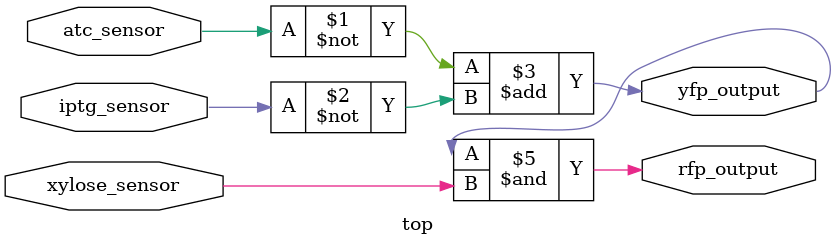
<source format=v>
 module top (input atc_sensor, iptg_sensor, xylose_sensor, output yfp_output, output rfp_output);     assign yfp_output = ^((~atc_sensor + ~iptg_sensor));     assign rfp_output = (yfp_output) & (xylose_sensor); endmodule
</source>
